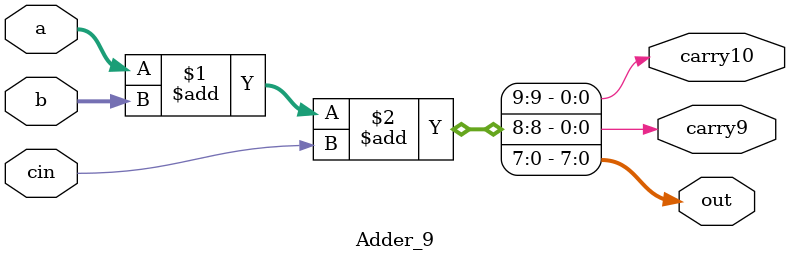
<source format=v>
module Adder_8(
  input wire [7:0]a,
  input wire [7:0]b,
  output wire [7:0]out,
  output wire carry
);
assign {carry, out} = a + b;

endmodule


module Adder_9(
  input wire [8:0] a,
  input wire [8:0] b,
  input wire cin, // Вход переноса
  output wire [7:0] out,
  output wire carry10,
  output wire carry9
);

assign {carry10, carry9 ,out} = a + b + cin;


endmodule


</source>
